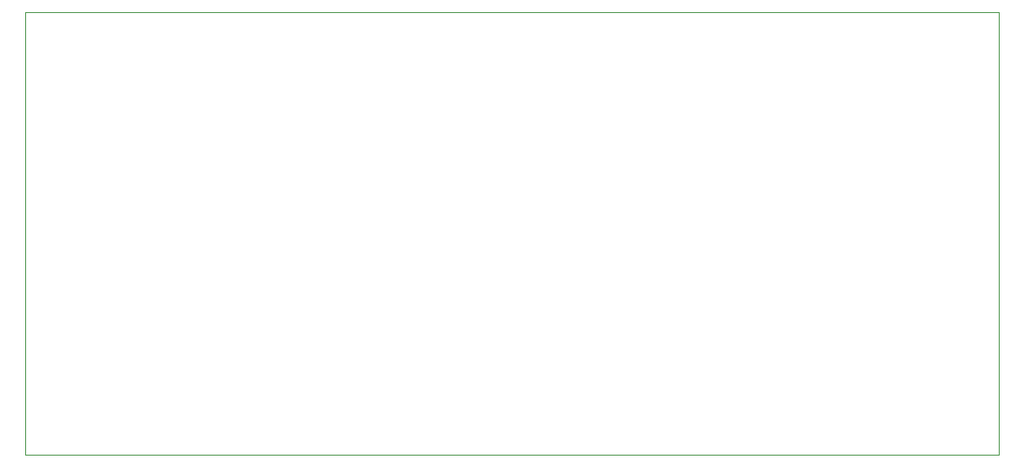
<source format=gbr>
%TF.GenerationSoftware,KiCad,Pcbnew,(6.0.8)*%
%TF.CreationDate,2022-10-11T12:40:36-07:00*%
%TF.ProjectId,Ground-Station-Telemetry,47726f75-6e64-42d5-9374-6174696f6e2d,rev?*%
%TF.SameCoordinates,Original*%
%TF.FileFunction,Profile,NP*%
%FSLAX46Y46*%
G04 Gerber Fmt 4.6, Leading zero omitted, Abs format (unit mm)*
G04 Created by KiCad (PCBNEW (6.0.8)) date 2022-10-11 12:40:36*
%MOMM*%
%LPD*%
G01*
G04 APERTURE LIST*
%TA.AperFunction,Profile*%
%ADD10C,0.100000*%
%TD*%
G04 APERTURE END LIST*
D10*
X226060000Y-115443000D02*
X131191000Y-115443000D01*
X226060000Y-72263000D02*
X226060000Y-115443000D01*
X131191000Y-72263000D02*
X226060000Y-72263000D01*
X131191000Y-115443000D02*
X131191000Y-72263000D01*
M02*

</source>
